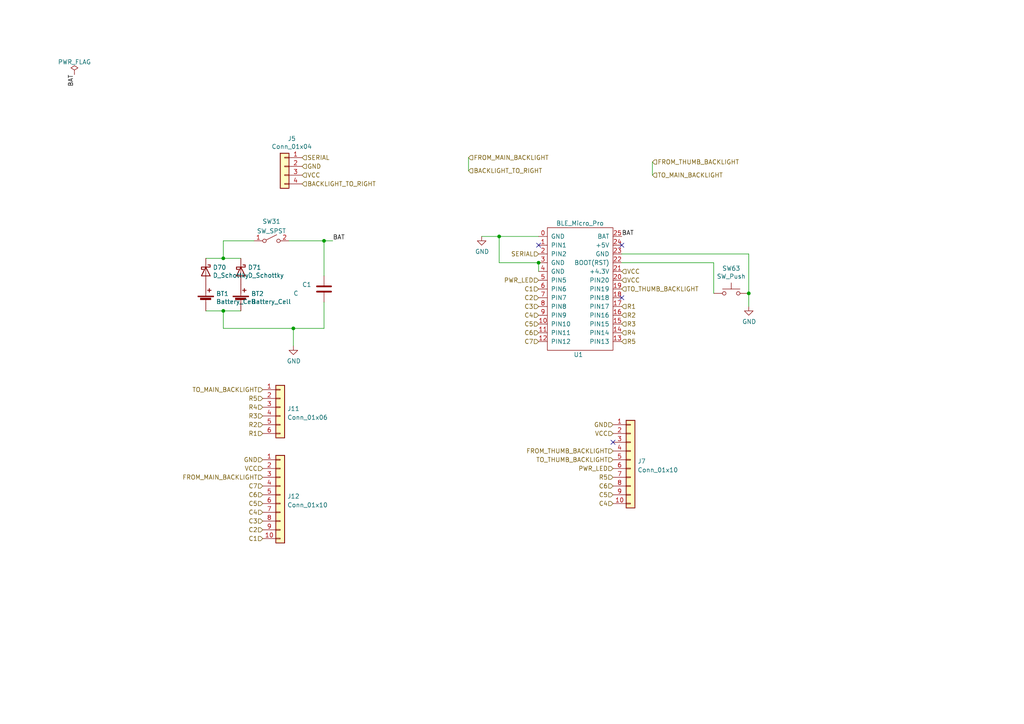
<source format=kicad_sch>
(kicad_sch (version 20211123) (generator eeschema)
  (paper "A4")
  (lib_symbols
    (symbol "Connector_Generic:Conn_01x04" (pin_names (offset 1.016) hide)
      (property "Reference" "J" (at 0 5.08 0))
      (property "Value" "Conn_01x04" (at 0 -7.62 0))
      (symbol "Conn_01x04_1_1"
        (rectangle (start -1.27 -4.953) (end 0 -5.207) (stroke (width 0.1524)))
        (rectangle (start -1.27 -2.413) (end 0 -2.667) (stroke (width 0.1524)))
        (rectangle (start -1.27 0.127) (end 0 -0.127) (stroke (width 0.1524)))
        (rectangle (start -1.27 2.667) (end 0 2.413) (stroke (width 0.1524)))
        (rectangle (start -1.27 3.81) (end 1.27 -6.35) (stroke (width 0.254)) (fill (type background)))
        (pin passive line (at -5.08 2.54 0) (length 3.81) (name "Pin_1") (number "1"))
        (pin passive line (at -5.08 0 0) (length 3.81) (name "Pin_2") (number "2"))
        (pin passive line (at -5.08 -2.54 0) (length 3.81) (name "Pin_3") (number "3"))
        (pin passive line (at -5.08 -5.08 0) (length 3.81) (name "Pin_4") (number "4"))
      )
    )
    (symbol "Connector_Generic:Conn_01x06" (pin_names (offset 1.016) hide)
      (property "Reference" "J" (at 0 7.62 0))
      (property "Value" "Conn_01x06" (at 0 -10.16 0))
      (symbol "Conn_01x06_1_1"
        (rectangle (start -1.27 -7.493) (end 0 -7.747) (stroke (width 0.1524)))
        (rectangle (start -1.27 -4.953) (end 0 -5.207) (stroke (width 0.1524)))
        (rectangle (start -1.27 -2.413) (end 0 -2.667) (stroke (width 0.1524)))
        (rectangle (start -1.27 0.127) (end 0 -0.127) (stroke (width 0.1524)))
        (rectangle (start -1.27 2.667) (end 0 2.413) (stroke (width 0.1524)))
        (rectangle (start -1.27 5.207) (end 0 4.953) (stroke (width 0.1524)))
        (rectangle (start -1.27 6.35) (end 1.27 -8.89) (stroke (width 0.254)) (fill (type background)))
        (pin passive line (at -5.08 5.08 0) (length 3.81) (name "Pin_1") (number "1"))
        (pin passive line (at -5.08 2.54 0) (length 3.81) (name "Pin_2") (number "2"))
        (pin passive line (at -5.08 0 0) (length 3.81) (name "Pin_3") (number "3"))
        (pin passive line (at -5.08 -2.54 0) (length 3.81) (name "Pin_4") (number "4"))
        (pin passive line (at -5.08 -5.08 0) (length 3.81) (name "Pin_5") (number "5"))
        (pin passive line (at -5.08 -7.62 0) (length 3.81) (name "Pin_6") (number "6"))
      )
    )
    (symbol "Connector_Generic:Conn_01x10" (pin_names (offset 1.016) hide)
      (property "Reference" "J" (at 0 12.7 0))
      (property "Value" "Conn_01x10" (at 0 -15.24 0))
      (symbol "Conn_01x10_1_1"
        (rectangle (start -1.27 -12.573) (end 0 -12.827) (stroke (width 0.1524)))
        (rectangle (start -1.27 -10.033) (end 0 -10.287) (stroke (width 0.1524)))
        (rectangle (start -1.27 -7.493) (end 0 -7.747) (stroke (width 0.1524)))
        (rectangle (start -1.27 -4.953) (end 0 -5.207) (stroke (width 0.1524)))
        (rectangle (start -1.27 -2.413) (end 0 -2.667) (stroke (width 0.1524)))
        (rectangle (start -1.27 0.127) (end 0 -0.127) (stroke (width 0.1524)))
        (rectangle (start -1.27 2.667) (end 0 2.413) (stroke (width 0.1524)))
        (rectangle (start -1.27 5.207) (end 0 4.953) (stroke (width 0.1524)))
        (rectangle (start -1.27 7.747) (end 0 7.493) (stroke (width 0.1524)))
        (rectangle (start -1.27 10.287) (end 0 10.033) (stroke (width 0.1524)))
        (rectangle (start -1.27 11.43) (end 1.27 -13.97) (stroke (width 0.254)) (fill (type background)))
        (pin passive line (at -5.08 10.16 0) (length 3.81) (name "Pin_1") (number "1"))
        (pin passive line (at -5.08 -12.7 0) (length 3.81) (name "Pin_10") (number "10"))
        (pin passive line (at -5.08 7.62 0) (length 3.81) (name "Pin_2") (number "2"))
        (pin passive line (at -5.08 5.08 0) (length 3.81) (name "Pin_3") (number "3"))
        (pin passive line (at -5.08 2.54 0) (length 3.81) (name "Pin_4") (number "4"))
        (pin passive line (at -5.08 0 0) (length 3.81) (name "Pin_5") (number "5"))
        (pin passive line (at -5.08 -2.54 0) (length 3.81) (name "Pin_6") (number "6"))
        (pin passive line (at -5.08 -5.08 0) (length 3.81) (name "Pin_7") (number "7"))
        (pin passive line (at -5.08 -7.62 0) (length 3.81) (name "Pin_8") (number "8"))
        (pin passive line (at -5.08 -10.16 0) (length 3.81) (name "Pin_9") (number "9"))
      )
    )
    (symbol "Device:Battery_Cell" (pin_numbers hide) (pin_names (offset 0) hide)
      (property "Reference" "BT" (at 2.54 2.54 0))
      (property "Value" "Battery_Cell" (at 2.54 0 0))
      (symbol "Battery_Cell_0_1"
        (rectangle (start -2.286 1.778) (end 2.286 1.524) (fill (type outline)))
        (rectangle (start -1.5748 1.1938) (end 1.4732 0.6858) (fill (type outline)))
        (polyline (pts (xy 0 0.762) (xy 0 0)))
        (polyline (pts (xy 0 1.778) (xy 0 2.54)))
        (polyline (pts (xy 0.508 3.429) (xy 1.524 3.429)) (stroke (width 0.254)))
        (polyline (pts (xy 1.016 3.937) (xy 1.016 2.921)) (stroke (width 0.254)))
      )
      (symbol "Battery_Cell_1_1"
        (pin passive line (at 0 5.08 270) (length 2.54) (name "+") (number "1"))
        (pin passive line (at 0 -2.54 90) (length 2.54) (name "-") (number "2"))
      )
    )
    (symbol "Device:C" (pin_numbers hide) (pin_names (offset 0.254))
      (property "Reference" "C" (at 0.635 2.54 0))
      (property "Value" "C" (at 0.635 -2.54 0))
      (symbol "C_0_1"
        (polyline (pts (xy -2.032 -0.762) (xy 2.032 -0.762)) (stroke (width 0.508)))
        (polyline (pts (xy -2.032 0.762) (xy 2.032 0.762)) (stroke (width 0.508)))
      )
      (symbol "C_1_1"
        (pin passive line (at 0 3.81 270) (length 2.794) (name "~") (number "1"))
        (pin passive line (at 0 -3.81 90) (length 2.794) (name "~") (number "2"))
      )
    )
    (symbol "Device:D_Schottky" (pin_numbers hide) (pin_names (offset 1.016) hide)
      (property "Reference" "D" (at 0 2.54 0))
      (property "Value" "D_Schottky" (at 0 -2.54 0))
      (symbol "D_Schottky_0_1"
        (polyline (pts (xy 1.27 0) (xy -1.27 0)))
        (polyline (pts (xy 1.27 1.27) (xy 1.27 -1.27) (xy -1.27 0) (xy 1.27 1.27)) (stroke (width 0.254)))
        (polyline (pts (xy -1.905 0.635) (xy -1.905 1.27) (xy -1.27 1.27) (xy -1.27 -1.27) (xy -0.635 -1.27) (xy -0.635 -0.635)) (stroke (width 0.254)))
      )
      (symbol "D_Schottky_1_1"
        (pin passive line (at -3.81 0 0) (length 2.54) (name "K") (number "1"))
        (pin passive line (at 3.81 0 180) (length 2.54) (name "A") (number "2"))
      )
    )
    (symbol "Switch:SW_Push" (pin_numbers hide) (pin_names (offset 1.016) hide)
      (property "Reference" "SW" (at 1.27 2.54 0))
      (property "Value" "SW_Push" (at 0 -1.524 0))
      (symbol "SW_Push_0_1"
        (circle (center -2.032 0) (radius 0.508))
        (polyline (pts (xy 0 1.27) (xy 0 3.048)))
        (polyline (pts (xy 2.54 1.27) (xy -2.54 1.27)))
        (circle (center 2.032 0) (radius 0.508))
        (pin passive line (at -5.08 0 0) (length 2.54) (name "1") (number "1"))
        (pin passive line (at 5.08 0 180) (length 2.54) (name "2") (number "2"))
      )
    )
    (symbol "Switch:SW_SPST" (pin_names (offset 0) hide)
      (property "Reference" "SW" (at 0 3.175 0))
      (property "Value" "SW_SPST" (at 0 -2.54 0))
      (symbol "SW_SPST_0_0"
        (circle (center -2.032 0) (radius 0.508))
        (polyline (pts (xy -1.524 0.254) (xy 1.524 1.778)))
        (circle (center 2.032 0) (radius 0.508))
      )
      (symbol "SW_SPST_1_1"
        (pin passive line (at -5.08 0 0) (length 2.54) (name "A") (number "1"))
        (pin passive line (at 5.08 0 180) (length 2.54) (name "B") (number "2"))
      )
    )
    (symbol "keyboard:BLE_Micro_Pro" (pin_names (offset 1.016))
      (property "Reference" "U" (at 0 -19.05 0))
      (property "Value" "BLE_Micro_Pro" (at 0 19.05 0))
      (symbol "BLE_Micro_Pro_0_1"
        (rectangle (start -8.89 17.78) (end 10.16 -17.78))
      )
      (symbol "BLE_Micro_Pro_1_1"
        (pin power_in line (at -11.43 15.24 0) (length 2.54) (name "GND") (number "0"))
        (pin bidirectional line (at -11.43 12.7 0) (length 2.54) (name "PIN1") (number "1"))
        (pin bidirectional line (at -11.43 -10.16 0) (length 2.54) (name "PIN10") (number "10"))
        (pin bidirectional line (at -11.43 -12.7 0) (length 2.54) (name "PIN11") (number "11"))
        (pin bidirectional line (at -11.43 -15.24 0) (length 2.54) (name "PIN12") (number "12"))
        (pin bidirectional line (at 12.7 -15.24 180) (length 2.54) (name "PIN13") (number "13"))
        (pin passive line (at 12.7 -12.7 180) (length 2.54) (name "PIN14") (number "14"))
        (pin bidirectional line (at 12.7 -10.16 180) (length 2.54) (name "PIN15") (number "15"))
        (pin bidirectional line (at 12.7 -7.62 180) (length 2.54) (name "PIN16") (number "16"))
        (pin bidirectional line (at 12.7 -5.08 180) (length 2.54) (name "PIN17") (number "17"))
        (pin bidirectional line (at 12.7 -2.54 180) (length 2.54) (name "PIN18") (number "18"))
        (pin bidirectional line (at 12.7 0 180) (length 2.54) (name "PIN19") (number "19"))
        (pin bidirectional line (at -11.43 10.16 0) (length 2.54) (name "PIN2") (number "2"))
        (pin bidirectional line (at 12.7 2.54 180) (length 2.54) (name "PIN20") (number "20"))
        (pin passive line (at 12.7 5.08 180) (length 2.54) (name "+4.3V") (number "21"))
        (pin input line (at 12.7 7.62 180) (length 2.54) (name "BOOT(RST)") (number "22"))
        (pin power_in line (at 12.7 10.16 180) (length 2.54) (name "GND") (number "23"))
        (pin power_in line (at 12.7 12.7 180) (length 2.54) (name "+5V") (number "24"))
        (pin power_in line (at 12.7 15.24 180) (length 2.54) (name "BAT") (number "25"))
        (pin power_in line (at -11.43 7.62 0) (length 2.54) (name "GND") (number "3"))
        (pin power_in line (at -11.43 5.08 0) (length 2.54) (name "GND") (number "4"))
        (pin bidirectional line (at -11.43 2.54 0) (length 2.54) (name "PIN5") (number "5"))
        (pin bidirectional line (at -11.43 0 0) (length 2.54) (name "PIN6") (number "6"))
        (pin bidirectional line (at -11.43 -2.54 0) (length 2.54) (name "PIN7") (number "7"))
        (pin bidirectional line (at -11.43 -5.08 0) (length 2.54) (name "PIN8") (number "8"))
        (pin bidirectional line (at -11.43 -7.62 0) (length 2.54) (name "PIN9") (number "9"))
      )
    )
    (symbol "power:GND" (power) (pin_names (offset 0))
      (property "Value" "GND" (at 0 -3.81 0))
      (symbol "GND_0_1"
        (polyline (pts (xy 0 0) (xy 0 -1.27) (xy 1.27 -1.27) (xy 0 -2.54) (xy -1.27 -1.27) (xy 0 -1.27)))
      )
      (symbol "GND_1_1"
        (pin power_in line (at 0 0 270) (length 0) hide (name "GND") (number "1"))
      )
    )
    (symbol "power:PWR_FLAG" (power) (pin_numbers hide) (pin_names (offset 0) hide)
      (property "Value" "PWR_FLAG" (at 0 3.81 0))
      (symbol "PWR_FLAG_0_0"
        (pin power_out line (at 0 0 90) (length 0) (name "pwr") (number "1"))
      )
      (symbol "PWR_FLAG_0_1"
        (polyline (pts (xy 0 0) (xy 0 1.27) (xy -1.016 1.905) (xy 0 2.54) (xy 1.016 1.905) (xy 0 1.27)))
      )
    )
  )
  (junction (at 217.17 85.09))
  (junction (at 156.21 76.2))
  (junction (at 64.77 74.93))
  (junction (at 93.98 69.85))
  (junction (at 85.09 95.25))
  (junction (at 64.77 90.17))
  (junction (at 144.78 68.58))
  (no_connect (at 180.34 86.36))
  (no_connect (at 180.34 71.12))
  (no_connect (at 156.21 71.12))
  (no_connect (at 177.8 128.27))
  (wire (pts (xy 189.23 46.99) (xy 189.23 50.8)))
  (wire (pts (xy 83.82 69.85) (xy 93.98 69.85)))
  (wire (pts (xy 85.09 95.25) (xy 85.09 100.33)))
  (wire (pts (xy 64.77 74.93) (xy 69.85 74.93)))
  (wire (pts (xy 93.98 69.85) (xy 93.98 80.01)))
  (wire (pts (xy 93.98 69.85) (xy 96.52 69.85)))
  (wire (pts (xy 144.78 76.2) (xy 156.21 76.2)))
  (wire (pts (xy 64.77 69.85) (xy 64.77 74.93)))
  (wire (pts (xy 64.77 69.85) (xy 73.66 69.85)))
  (wire (pts (xy 85.09 95.25) (xy 93.98 95.25)))
  (wire (pts (xy 135.89 45.72) (xy 135.89 49.53)))
  (wire (pts (xy 59.69 90.17) (xy 64.77 90.17)))
  (wire (pts (xy 217.17 85.09) (xy 217.17 88.9)))
  (wire (pts (xy 180.34 76.2) (xy 207.01 76.2)))
  (wire (pts (xy 93.98 87.63) (xy 93.98 95.25)))
  (wire (pts (xy 217.17 73.66) (xy 217.17 85.09)))
  (wire (pts (xy 156.21 68.58) (xy 144.78 68.58)))
  (wire (pts (xy 180.34 73.66) (xy 217.17 73.66)))
  (wire (pts (xy 64.77 90.17) (xy 69.85 90.17)))
  (wire (pts (xy 144.78 68.58) (xy 139.7 68.58)))
  (wire (pts (xy 156.21 78.74) (xy 156.21 76.2)))
  (wire (pts (xy 144.78 76.2) (xy 144.78 68.58)))
  (wire (pts (xy 59.69 74.93) (xy 64.77 74.93)))
  (wire (pts (xy 64.77 95.25) (xy 85.09 95.25)))
  (wire (pts (xy 64.77 90.17) (xy 64.77 95.25)))
  (wire (pts (xy 207.01 76.2) (xy 207.01 85.09)))
  (label "BAT" (at 96.52 69.85 0))
  (label "BAT" (at 180.34 68.58 0))
  (label "BAT" (at 21.59 21.59 270))
  (hierarchical_label "VCC" (shape input) (at 180.34 81.28 0))
  (hierarchical_label "C1" (shape input) (at 76.2 156.21 180))
  (hierarchical_label "PWR_LED" (shape input) (at 177.8 135.89 180))
  (hierarchical_label "C6" (shape input) (at 177.8 140.97 180))
  (hierarchical_label "R1" (shape input) (at 76.2 125.73 180))
  (hierarchical_label "FROM_MAIN_BACKLIGHT" (shape input) (at 135.89 45.72 0))
  (hierarchical_label "C4" (shape input) (at 156.21 91.44 180))
  (hierarchical_label "R3" (shape input) (at 180.34 93.98 0))
  (hierarchical_label "R2" (shape input) (at 76.2 123.19 180))
  (hierarchical_label "C6" (shape input) (at 156.21 96.52 180))
  (hierarchical_label "TO_THUMB_BACKLIGHT" (shape input) (at 177.8 133.35 180))
  (hierarchical_label "R3" (shape input) (at 76.2 120.65 180))
  (hierarchical_label "PWR_LED" (shape input) (at 156.21 81.28 180))
  (hierarchical_label "VCC" (shape input) (at 177.8 125.73 180))
  (hierarchical_label "C7" (shape input) (at 76.2 140.97 180))
  (hierarchical_label "SERIAL" (shape input) (at 87.63 45.72 0))
  (hierarchical_label "C4" (shape input) (at 177.8 146.05 180))
  (hierarchical_label "C3" (shape input) (at 76.2 151.13 180))
  (hierarchical_label "VCC" (shape input) (at 87.63 50.8 0))
  (hierarchical_label "VCC" (shape input) (at 76.2 135.89 180))
  (hierarchical_label "R5" (shape input) (at 180.34 99.06 0))
  (hierarchical_label "GND" (shape input) (at 177.8 123.19 180))
  (hierarchical_label "GND" (shape input) (at 76.2 133.35 180))
  (hierarchical_label "R5" (shape input) (at 177.8 138.43 180))
  (hierarchical_label "SERIAL" (shape input) (at 156.21 73.66 180))
  (hierarchical_label "R4" (shape input) (at 180.34 96.52 0))
  (hierarchical_label "VCC" (shape input) (at 180.34 78.74 0))
  (hierarchical_label "R4" (shape input) (at 76.2 118.11 180))
  (hierarchical_label "R5" (shape input) (at 76.2 115.57 180))
  (hierarchical_label "C2" (shape input) (at 156.21 86.36 180))
  (hierarchical_label "C5" (shape input) (at 156.21 93.98 180))
  (hierarchical_label "TO_THUMB_BACKLIGHT" (shape input) (at 180.34 83.82 0))
  (hierarchical_label "C1" (shape input) (at 156.21 83.82 180))
  (hierarchical_label "C6" (shape input) (at 76.2 143.51 180))
  (hierarchical_label "FROM_MAIN_BACKLIGHT" (shape input) (at 76.2 138.43 180))
  (hierarchical_label "BACKLIGHT_TO_RIGHT" (shape input) (at 135.89 49.53 0))
  (hierarchical_label "C3" (shape input) (at 156.21 88.9 180))
  (hierarchical_label "C4" (shape input) (at 76.2 148.59 180))
  (hierarchical_label "R1" (shape input) (at 180.34 88.9 0))
  (hierarchical_label "TO_MAIN_BACKLIGHT" (shape input) (at 189.23 50.8 0))
  (hierarchical_label "TO_MAIN_BACKLIGHT" (shape input) (at 76.2 113.03 180))
  (hierarchical_label "FROM_THUMB_BACKLIGHT" (shape input) (at 177.8 130.81 180))
  (hierarchical_label "R2" (shape input) (at 180.34 91.44 0))
  (hierarchical_label "C7" (shape input) (at 156.21 99.06 180))
  (hierarchical_label "C5" (shape input) (at 177.8 143.51 180))
  (hierarchical_label "BACKLIGHT_TO_RIGHT" (shape input) (at 87.63 53.34 0))
  (hierarchical_label "FROM_THUMB_BACKLIGHT" (shape input) (at 189.23 46.99 0))
  (hierarchical_label "C2" (shape input) (at 76.2 153.67 180))
  (hierarchical_label "GND" (shape input) (at 87.63 48.26 0))
  (hierarchical_label "C5" (shape input) (at 76.2 146.05 180))
  (symbol (lib_id "Connector_Generic:Conn_01x10") (at 81.28 143.51 0) (unit 1)
    (property "Reference" "J12" (at 83.312 143.9453 0) (effects (justify left)))
    (property "Value" "Conn_01x10" (at 83.312 146.4822 0) (effects (justify left)))
    (property "Footprint" "Connector_JST:JST_PH_S10B-PH-K_1x10_P2.00mm_Horizontal" (effects hide))
  )
  (symbol (lib_id "power:GND") (at 85.09 100.33 0) (unit 1)
    (property "Reference" "#PWR0109" (effects hide))
    (property "Value" "GND" (at 85.217 104.7242 0))
  )
  (symbol (lib_id "Device:D_Schottky") (at 59.69 78.74 270) (unit 1)
    (property "Reference" "D70" (at 61.722 77.5716 90) (effects (justify left)))
    (property "Value" "D_Schottky" (at 61.722 79.883 90) (effects (justify left)))
    (property "Footprint" "keyboard:Shottky_Barrier_Diode" (effects hide))
  )
  (symbol (lib_id "power:PWR_FLAG") (at 21.59 21.59 0) (unit 1)
    (property "Reference" "#FLG03" (effects hide))
    (property "Value" "PWR_FLAG" (at 21.59 17.9855 0))
  )
  (symbol (lib_id "power:GND") (at 139.7 68.58 0) (unit 1)
    (property "Reference" "#PWR0107" (effects hide))
    (property "Value" "GND" (at 139.827 72.9742 0))
  )
  (symbol (lib_id "Switch:SW_Push") (at 212.09 85.09 0) (mirror y) (unit 1)
    (property "Reference" "SW63" (at 212.09 77.851 0))
    (property "Value" "SW_Push" (at 212.09 80.1624 0))
    (property "Footprint" "keyboard:Tactile_Switch" (effects hide))
  )
  (symbol (lib_id "keyboard:BLE_Micro_Pro") (at 167.64 83.82 0) (unit 1)
    (property "Reference" "U1" (at 166.37 102.87 0) (effects (justify left)))
    (property "Value" "BLE_Micro_Pro" (at 161.29 64.77 0) (effects (justify left)))
    (property "Footprint" "keyboard:BLE_Micro_Pro" (effects hide))
  )
  (symbol (lib_id "power:GND") (at 217.17 88.9 0) (unit 1)
    (property "Reference" "#PWR0108" (effects hide))
    (property "Value" "GND" (at 217.297 93.2942 0))
  )
  (symbol (lib_id "Device:Battery_Cell") (at 59.69 87.63 0) (unit 1)
    (property "Reference" "BT1" (at 62.6872 85.1916 0) (effects (justify left)))
    (property "Value" "Battery_Cell" (at 62.6872 87.503 0) (effects (justify left)))
    (property "Footprint" "keyboard:CR2032_Holder_SMD" (effects hide))
  )
  (symbol (lib_id "Device:Battery_Cell") (at 69.85 87.63 0) (unit 1)
    (property "Reference" "BT2" (at 72.8472 85.1916 0) (effects (justify left)))
    (property "Value" "Battery_Cell" (at 72.8472 87.503 0) (effects (justify left)))
    (property "Footprint" "keyboard:CR2032_Holder_SMD" (effects hide))
  )
  (symbol (lib_id "Device:D_Schottky") (at 69.85 78.74 270) (unit 1)
    (property "Reference" "D71" (at 71.882 77.5716 90) (effects (justify left)))
    (property "Value" "D_Schottky" (at 71.882 79.883 90) (effects (justify left)))
    (property "Footprint" "keyboard:Shottky_Barrier_Diode" (effects hide))
  )
  (symbol (lib_id "Connector_Generic:Conn_01x06") (at 81.28 118.11 0) (unit 1)
    (property "Reference" "J11" (at 83.312 118.5453 0) (effects (justify left)))
    (property "Value" "Conn_01x06" (at 83.312 121.0822 0) (effects (justify left)))
    (property "Footprint" "Connector_JST:JST_PH_S6B-PH-K_1x06_P2.00mm_Horizontal" (effects hide))
  )
  (symbol (lib_id "Connector_Generic:Conn_01x10") (at 182.88 133.35 0) (unit 1)
    (property "Reference" "J7" (at 184.912 133.7853 0) (effects (justify left)))
    (property "Value" "Conn_01x10" (at 184.912 136.3222 0) (effects (justify left)))
    (property "Footprint" "Connector_JST:JST_PH_S10B-PH-K_1x10_P2.00mm_Horizontal" (effects hide))
  )
  (symbol (lib_id "Connector_Generic:Conn_01x04") (at 82.55 48.26 0) (mirror y) (unit 1)
    (property "Reference" "J5" (at 84.6328 40.2082 0))
    (property "Value" "Conn_01x04" (at 84.6328 42.5196 0))
    (property "Footprint" "keyboard:TRRS" (effects hide))
  )
  (symbol (lib_id "Device:C") (at 93.98 83.82 0) (unit 1)
    (property "Reference" "C1" (at 87.63 82.55 0) (effects (justify left)))
    (property "Value" "C" (at 85.09 85.09 0) (effects (justify left)))
    (property "Footprint" "keyboard:Capacitor" (effects hide))
  )
  (symbol (lib_id "Switch:SW_SPST") (at 78.74 69.85 0) (unit 1)
    (property "Reference" "SW31" (at 78.74 64.2325 0))
    (property "Value" "SW_SPST" (at 78.74 67.0076 0))
    (property "Footprint" "keyboard:Slide_Switch_ESD175202" (effects hide))
  )
)
</source>
